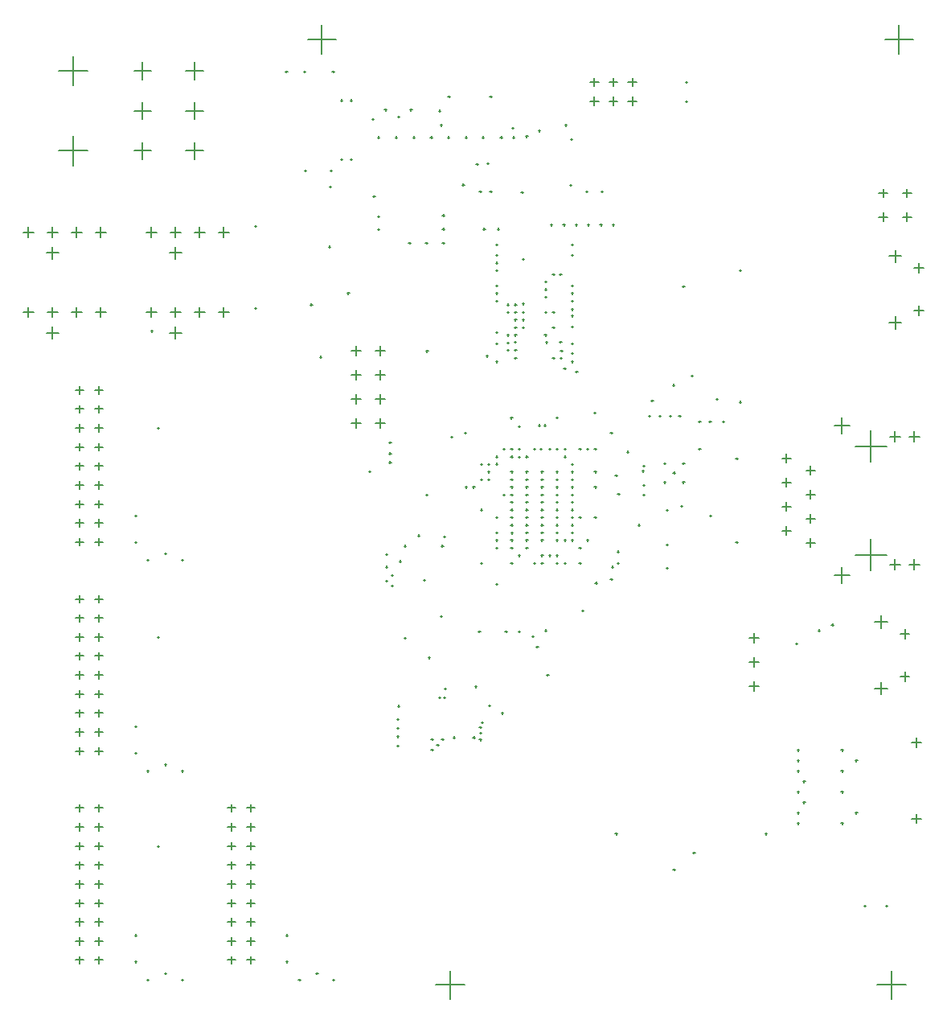
<source format=gbr>
G04*
G04 #@! TF.GenerationSoftware,Altium Limited,Altium Designer,24.2.2 (26)*
G04*
G04 Layer_Color=128*
%FSLAX44Y44*%
%MOMM*%
G71*
G04*
G04 #@! TF.SameCoordinates,D1F85D35-12B9-47B7-842E-F7ABDB1EEA32*
G04*
G04*
G04 #@! TF.FilePolarity,Positive*
G04*
G01*
G75*
%ADD13C,0.1270*%
D13*
X17400Y842000D02*
X28400D01*
X22900Y836500D02*
Y847500D01*
X42800Y842000D02*
X53800D01*
X48300Y836500D02*
Y847500D01*
X68200Y842000D02*
X79200D01*
X73700Y836500D02*
Y847500D01*
X93600Y842000D02*
X104600D01*
X99100Y836500D02*
Y847500D01*
X41800Y820400D02*
X54800D01*
X48300Y813900D02*
Y826900D01*
X17400Y758000D02*
X28400D01*
X22900Y752500D02*
Y763500D01*
X42800Y758000D02*
X53800D01*
X48300Y752500D02*
Y763500D01*
X68200Y758000D02*
X79200D01*
X73700Y752500D02*
Y763500D01*
X93600Y758000D02*
X104600D01*
X99100Y752500D02*
Y763500D01*
X41800Y736400D02*
X54800D01*
X48300Y729900D02*
Y742900D01*
X147100Y842000D02*
X158100D01*
X152600Y836500D02*
Y847500D01*
X172500Y842000D02*
X183500D01*
X178000Y836500D02*
Y847500D01*
X197900Y842000D02*
X208900D01*
X203400Y836500D02*
Y847500D01*
X223300Y842000D02*
X234300D01*
X228800Y836500D02*
Y847500D01*
X171500Y820400D02*
X184500D01*
X178000Y813900D02*
Y826900D01*
X147100Y758000D02*
X158100D01*
X152600Y752500D02*
Y763500D01*
X172500Y758000D02*
X183500D01*
X178000Y752500D02*
Y763500D01*
X197900Y758000D02*
X208900D01*
X203400Y752500D02*
Y763500D01*
X223300Y758000D02*
X234300D01*
X228800Y752500D02*
Y763500D01*
X171500Y736400D02*
X184500D01*
X178000Y729900D02*
Y742900D01*
X317000Y1045000D02*
X347000D01*
X332000Y1030000D02*
Y1060000D01*
X925000Y1045000D02*
X955000D01*
X940000Y1030000D02*
Y1060000D01*
X917000Y50000D02*
X947000D01*
X932000Y35000D02*
Y65000D01*
X452000Y50000D02*
X482000D01*
X467000Y35000D02*
Y65000D01*
X654500Y980000D02*
X663500D01*
X659000Y975500D02*
Y984500D01*
X654500Y1000000D02*
X663500D01*
X659000Y995500D02*
Y1004500D01*
X634500Y980000D02*
X643500D01*
X639000Y975500D02*
Y984500D01*
X634500Y1000000D02*
X643500D01*
X639000Y995500D02*
Y1004500D01*
X614500Y980000D02*
X623500D01*
X619000Y975500D02*
Y984500D01*
X614500Y1000000D02*
X623500D01*
X619000Y995500D02*
Y1004500D01*
X914500Y432000D02*
X927500D01*
X921000Y425500D02*
Y438500D01*
X914500Y362000D02*
X927500D01*
X921000Y355500D02*
Y368500D01*
X941000Y419500D02*
X951000D01*
X946000Y414500D02*
Y424500D01*
X941000Y374500D02*
X951000D01*
X946000Y369500D02*
Y379500D01*
X956000Y759500D02*
X966000D01*
X961000Y754500D02*
Y764500D01*
X956000Y804500D02*
X966000D01*
X961000Y799500D02*
Y809500D01*
X929500Y747000D02*
X942500D01*
X936000Y740500D02*
Y753500D01*
X929500Y817000D02*
X942500D01*
X936000Y810500D02*
Y823500D01*
X918718Y858184D02*
X927718D01*
X923218Y853684D02*
Y862684D01*
X943718Y858184D02*
X952718D01*
X948218Y853684D02*
Y862684D01*
X918718Y883184D02*
X927718D01*
X923218Y878684D02*
Y887684D01*
X943718Y883184D02*
X952718D01*
X948218Y878684D02*
Y887684D01*
X363300Y717100D02*
X373300D01*
X368300Y712100D02*
Y722100D01*
X388700Y717100D02*
X398700D01*
X393700Y712100D02*
Y722100D01*
X363300Y691700D02*
X373300D01*
X368300Y686700D02*
Y696700D01*
X388700Y691700D02*
X398700D01*
X393700Y686700D02*
Y696700D01*
X363300Y666300D02*
X373300D01*
X368300Y661300D02*
Y671300D01*
X388700Y640900D02*
X398700D01*
X393700Y635900D02*
Y645900D01*
X363300Y640900D02*
X373300D01*
X368300Y635900D02*
Y645900D01*
X388700Y666300D02*
X398700D01*
X393700Y661300D02*
Y671300D01*
X953000Y305000D02*
X963000D01*
X958000Y300000D02*
Y310000D01*
X953000Y225000D02*
X963000D01*
X958000Y220000D02*
Y230000D01*
X782000Y364200D02*
X792000D01*
X787000Y359200D02*
Y369200D01*
X782000Y389600D02*
X792000D01*
X787000Y384600D02*
Y394600D01*
X782000Y415000D02*
X792000D01*
X787000Y410000D02*
Y420000D01*
X253000Y236053D02*
X261000D01*
X257000Y232053D02*
Y240053D01*
X233000Y236053D02*
X241000D01*
X237000Y232053D02*
Y240053D01*
X253000Y216053D02*
X261000D01*
X257000Y212053D02*
Y220053D01*
X233000Y216053D02*
X241000D01*
X237000Y212053D02*
Y220053D01*
X253000Y196053D02*
X261000D01*
X257000Y192053D02*
Y200053D01*
X233000Y196053D02*
X241000D01*
X237000Y192053D02*
Y200053D01*
X253000Y176053D02*
X261000D01*
X257000Y172053D02*
Y180053D01*
X233000Y176053D02*
X241000D01*
X237000Y172053D02*
Y180053D01*
X253000Y156053D02*
X261000D01*
X257000Y152053D02*
Y160053D01*
X233000Y156053D02*
X241000D01*
X237000Y152053D02*
Y160053D01*
X253000Y136053D02*
X261000D01*
X257000Y132053D02*
Y140053D01*
X233000Y136053D02*
X241000D01*
X237000Y132053D02*
Y140053D01*
X253000Y116053D02*
X261000D01*
X257000Y112053D02*
Y120053D01*
X233000Y116053D02*
X241000D01*
X237000Y112053D02*
Y120053D01*
X253000Y96053D02*
X261000D01*
X257000Y92053D02*
Y100053D01*
X233000Y96053D02*
X241000D01*
X237000Y92053D02*
Y100053D01*
X253000Y76053D02*
X261000D01*
X257000Y72053D02*
Y80053D01*
X233000Y76053D02*
X241000D01*
X237000Y72053D02*
Y80053D01*
X93000Y676060D02*
X101000D01*
X97000Y672060D02*
Y680060D01*
X73000Y676060D02*
X81000D01*
X77000Y672060D02*
Y680060D01*
X93000Y656060D02*
X101000D01*
X97000Y652060D02*
Y660060D01*
X73000Y656060D02*
X81000D01*
X77000Y652060D02*
Y660060D01*
X93000Y636060D02*
X101000D01*
X97000Y632060D02*
Y640060D01*
X73000Y636060D02*
X81000D01*
X77000Y632060D02*
Y640060D01*
X93000Y616060D02*
X101000D01*
X97000Y612060D02*
Y620060D01*
X73000Y616060D02*
X81000D01*
X77000Y612060D02*
Y620060D01*
X93000Y596060D02*
X101000D01*
X97000Y592060D02*
Y600060D01*
X73000Y596060D02*
X81000D01*
X77000Y592060D02*
Y600060D01*
X93000Y576060D02*
X101000D01*
X97000Y572060D02*
Y580060D01*
X73000Y576060D02*
X81000D01*
X77000Y572060D02*
Y580060D01*
X93000Y556060D02*
X101000D01*
X97000Y552060D02*
Y560060D01*
X73000Y556060D02*
X81000D01*
X77000Y552060D02*
Y560060D01*
X93000Y536060D02*
X101000D01*
X97000Y532060D02*
Y540060D01*
X73000Y536060D02*
X81000D01*
X77000Y532060D02*
Y540060D01*
X93000Y516060D02*
X101000D01*
X97000Y512060D02*
Y520060D01*
X73000Y516060D02*
X81000D01*
X77000Y512060D02*
Y520060D01*
X93000Y236053D02*
X101000D01*
X97000Y232053D02*
Y240053D01*
X73000Y236053D02*
X81000D01*
X77000Y232053D02*
Y240053D01*
X93000Y216053D02*
X101000D01*
X97000Y212053D02*
Y220053D01*
X73000Y216053D02*
X81000D01*
X77000Y212053D02*
Y220053D01*
X93000Y196053D02*
X101000D01*
X97000Y192053D02*
Y200053D01*
X73000Y196053D02*
X81000D01*
X77000Y192053D02*
Y200053D01*
X93000Y176053D02*
X101000D01*
X97000Y172053D02*
Y180053D01*
X73000Y176053D02*
X81000D01*
X77000Y172053D02*
Y180053D01*
X93000Y156053D02*
X101000D01*
X97000Y152053D02*
Y160053D01*
X73000Y156053D02*
X81000D01*
X77000Y152053D02*
Y160053D01*
X93000Y136053D02*
X101000D01*
X97000Y132053D02*
Y140053D01*
X73000Y136053D02*
X81000D01*
X77000Y132053D02*
Y140053D01*
X93000Y116053D02*
X101000D01*
X97000Y112053D02*
Y120053D01*
X73000Y116053D02*
X81000D01*
X77000Y112053D02*
Y120053D01*
X93000Y96053D02*
X101000D01*
X97000Y92053D02*
Y100053D01*
X73000Y96053D02*
X81000D01*
X77000Y92053D02*
Y100053D01*
X93000Y76053D02*
X101000D01*
X97000Y72053D02*
Y80053D01*
X73000Y76053D02*
X81000D01*
X77000Y72053D02*
Y80053D01*
X93000Y456060D02*
X101000D01*
X97000Y452060D02*
Y460060D01*
X73000Y456060D02*
X81000D01*
X77000Y452060D02*
Y460060D01*
X93000Y436060D02*
X101000D01*
X97000Y432060D02*
Y440060D01*
X73000Y436060D02*
X81000D01*
X77000Y432060D02*
Y440060D01*
X93000Y416060D02*
X101000D01*
X97000Y412060D02*
Y420060D01*
X73000Y416060D02*
X81000D01*
X77000Y412060D02*
Y420060D01*
X93000Y396060D02*
X101000D01*
X97000Y392060D02*
Y400060D01*
X73000Y396060D02*
X81000D01*
X77000Y392060D02*
Y400060D01*
X93000Y376060D02*
X101000D01*
X97000Y372060D02*
Y380060D01*
X73000Y376060D02*
X81000D01*
X77000Y372060D02*
Y380060D01*
X93000Y356060D02*
X101000D01*
X97000Y352060D02*
Y360060D01*
X73000Y356060D02*
X81000D01*
X77000Y352060D02*
Y360060D01*
X93000Y336060D02*
X101000D01*
X97000Y332060D02*
Y340060D01*
X73000Y336060D02*
X81000D01*
X77000Y332060D02*
Y340060D01*
X93000Y316060D02*
X101000D01*
X97000Y312060D02*
Y320060D01*
X73000Y316060D02*
X81000D01*
X77000Y312060D02*
Y320060D01*
X93000Y296060D02*
X101000D01*
X97000Y292060D02*
Y300060D01*
X73000Y296060D02*
X81000D01*
X77000Y292060D02*
Y300060D01*
X816900Y604200D02*
X825900D01*
X821400Y599700D02*
Y608700D01*
X842300Y591500D02*
X851300D01*
X846800Y587000D02*
Y596000D01*
X950500Y627000D02*
X961500D01*
X956000Y621500D02*
Y632500D01*
X930200Y492500D02*
X941200D01*
X935700Y487000D02*
Y498000D01*
X930200Y627000D02*
X941200D01*
X935700Y621500D02*
Y632500D01*
X950500Y492500D02*
X961500D01*
X956000Y487000D02*
Y498000D01*
X816900Y528000D02*
X825900D01*
X821400Y523500D02*
Y532500D01*
X816900Y553400D02*
X825900D01*
X821400Y548900D02*
Y557900D01*
X816900Y578800D02*
X825900D01*
X821400Y574300D02*
Y583300D01*
X842300Y515300D02*
X851300D01*
X846800Y510800D02*
Y519800D01*
X842300Y540700D02*
X851300D01*
X846800Y536200D02*
Y545200D01*
X842300Y566100D02*
X851300D01*
X846800Y561600D02*
Y570600D01*
X871550Y638500D02*
X888050D01*
X879800Y630250D02*
Y646750D01*
X871550Y481000D02*
X888050D01*
X879800Y472750D02*
Y489250D01*
X894050Y616900D02*
X926550D01*
X910300Y600650D02*
Y633150D01*
X894050Y502600D02*
X926550D01*
X910300Y486350D02*
Y518850D01*
X54500Y927999D02*
X85500D01*
X70000Y912499D02*
Y943499D01*
X54500Y1011998D02*
X85500D01*
X70000Y996498D02*
Y1027498D01*
X134000Y927998D02*
X152000D01*
X143000Y918998D02*
Y936998D01*
X189000Y927998D02*
X207000D01*
X198000Y918998D02*
Y936998D01*
X189000Y969998D02*
X207000D01*
X198000Y960998D02*
Y978998D01*
X134000Y969998D02*
X152000D01*
X143000Y960998D02*
Y978998D01*
X189000Y1011998D02*
X207000D01*
X198000Y1002998D02*
Y1020998D01*
X134000Y1011998D02*
X152000D01*
X143000Y1002998D02*
Y1020998D01*
X532000Y952000D02*
X534000D01*
X533000Y951000D02*
Y953000D01*
Y942000D02*
X535000D01*
X534000Y941000D02*
Y943000D01*
X501000Y942000D02*
X503000D01*
X502000Y941000D02*
Y943000D01*
X560000Y949000D02*
X562000D01*
X561000Y948000D02*
Y950000D01*
X547000Y943000D02*
X549000D01*
X548000Y942000D02*
Y944000D01*
X412043Y963553D02*
X414043D01*
X413043Y962553D02*
Y964553D01*
X425000Y971000D02*
X427000D01*
X426000Y970000D02*
Y972000D01*
X398000Y971000D02*
X400000D01*
X399000Y970000D02*
Y972000D01*
X455000Y970000D02*
X457000D01*
X456000Y969000D02*
Y971000D01*
X594000Y940000D02*
X596000D01*
X595000Y939000D02*
Y941000D01*
X588000Y955000D02*
X590000D01*
X589000Y954000D02*
Y956000D01*
X799000Y209000D02*
X801000D01*
X800000Y208000D02*
Y210000D01*
X566000Y639000D02*
X568000D01*
X567000Y638000D02*
Y640000D01*
X560000Y639000D02*
X562000D01*
X561000Y638000D02*
Y640000D01*
X575000Y758000D02*
X577000D01*
X576000Y757000D02*
Y759000D01*
X567000Y758000D02*
X569000D01*
X568000Y757000D02*
Y759000D01*
X569000Y376000D02*
X571000D01*
X570000Y375000D02*
Y377000D01*
X405000Y470000D02*
X407000D01*
X406000Y469000D02*
Y471000D01*
X399000Y475000D02*
X401000D01*
X400000Y474000D02*
Y476000D01*
X439000D02*
X441000D01*
X440000Y475000D02*
Y477000D01*
X405000Y481000D02*
X407000D01*
X406000Y480000D02*
Y482000D01*
X555000Y614000D02*
X557000D01*
X556000Y613000D02*
Y615000D01*
X535000Y750000D02*
X537000D01*
X536000Y749000D02*
Y751000D01*
X539206Y605815D02*
X541206D01*
X540206Y604815D02*
Y606815D01*
X543000Y758000D02*
X545000D01*
X544000Y757000D02*
Y759000D01*
X527053Y758000D02*
X529053D01*
X528053Y757000D02*
Y759000D01*
X618581Y652218D02*
X620581D01*
X619581Y651218D02*
Y653218D01*
X567000Y790000D02*
X569000D01*
X568000Y789000D02*
Y791000D01*
X610752Y613833D02*
X612752D01*
X611752Y612833D02*
Y614833D01*
X575000Y798000D02*
X577000D01*
X576000Y797000D02*
Y799000D01*
X543000Y767000D02*
X545000D01*
X544000Y766000D02*
Y768000D01*
X567000Y782000D02*
X569000D01*
X568000Y781000D02*
Y783000D01*
X468000Y627000D02*
X470000D01*
X469000Y626000D02*
Y628000D01*
X594799Y754201D02*
X596799D01*
X595799Y753201D02*
Y755201D01*
X543000Y750000D02*
X545000D01*
X544000Y749000D02*
Y751000D01*
X562000Y614000D02*
X564000D01*
X563000Y613000D02*
Y615000D01*
X543000Y742000D02*
X545000D01*
X544000Y741000D02*
Y743000D01*
X547000Y606000D02*
X549000D01*
X548000Y605000D02*
Y607000D01*
X587000Y614000D02*
X589000D01*
X588000Y613000D02*
Y615000D01*
X582516Y726484D02*
X584516D01*
X583516Y725484D02*
Y727484D01*
X535000Y742000D02*
X537000D01*
X536000Y741000D02*
Y743000D01*
X531000Y614000D02*
X533000D01*
X532000Y613000D02*
Y615000D01*
X535000Y710000D02*
X537000D01*
X536000Y709000D02*
Y711000D01*
X571000Y614000D02*
X573000D01*
X572000Y613000D02*
Y615000D01*
X566570Y734000D02*
X568570D01*
X567570Y733000D02*
Y735000D01*
X575000Y710000D02*
X577000D01*
X576000Y709000D02*
Y711000D01*
X575000Y742000D02*
X577000D01*
X576000Y741000D02*
Y743000D01*
X538695Y614003D02*
X540695D01*
X539695Y613003D02*
Y615003D01*
X535000Y718000D02*
X537000D01*
X536000Y717000D02*
Y719000D01*
X603000Y614000D02*
X605000D01*
X604000Y613000D02*
Y615000D01*
X586870Y698569D02*
X588870D01*
X587870Y697569D02*
Y699569D01*
X523000Y614000D02*
X525000D01*
X524000Y613000D02*
Y615000D01*
X505000Y712000D02*
X507000D01*
X506000Y711000D02*
Y713000D01*
X587000Y606000D02*
X589000D01*
X588000Y605000D02*
Y607000D01*
X583000Y710000D02*
X585000D01*
X584000Y709000D02*
Y711000D01*
X526922Y718214D02*
X528922D01*
X527922Y717214D02*
Y719214D01*
X583508Y717492D02*
X585508D01*
X584508Y716492D02*
Y718492D01*
X527000Y734000D02*
X529000D01*
X528000Y733000D02*
Y735000D01*
X534728Y726406D02*
X536728D01*
X535728Y725406D02*
Y727406D01*
X530870Y646732D02*
X532870D01*
X531870Y645732D02*
Y647732D01*
X579000Y614000D02*
X581000D01*
X580000Y613000D02*
Y615000D01*
X567870Y726401D02*
X569870D01*
X568870Y725400D02*
Y727401D01*
X539082Y637705D02*
X541082D01*
X540082Y636705D02*
Y638705D01*
X535000Y734000D02*
X537000D01*
X536000Y733000D02*
Y735000D01*
X148000Y497091D02*
X150000D01*
X149000Y496091D02*
Y498091D01*
X135000Y516091D02*
X137000D01*
X136000Y515091D02*
Y517091D01*
X135000Y543792D02*
X137000D01*
X136000Y542792D02*
Y544792D01*
X166373Y503904D02*
X168373D01*
X167373Y502904D02*
Y504904D01*
X184000Y497091D02*
X186000D01*
X185000Y496091D02*
Y498091D01*
X307500Y55426D02*
X309500D01*
X308500Y54426D02*
Y56426D01*
X294500Y74426D02*
X296500D01*
X295500Y73426D02*
Y75426D01*
X294500Y102128D02*
X296500D01*
X295500Y101128D02*
Y103128D01*
X325873Y62239D02*
X327873D01*
X326873Y61239D02*
Y63239D01*
X343500Y55426D02*
X345500D01*
X344500Y54426D02*
Y56426D01*
X148000Y275000D02*
X150000D01*
X149000Y274000D02*
Y276000D01*
X135000Y294000D02*
X137000D01*
X136000Y293000D02*
Y295000D01*
X135000Y321701D02*
X137000D01*
X136000Y320701D02*
Y322701D01*
X166373Y281813D02*
X168373D01*
X167373Y280813D02*
Y282813D01*
X184000Y275000D02*
X186000D01*
X185000Y274000D02*
Y276000D01*
X135000Y102128D02*
X137000D01*
X136000Y101128D02*
Y103128D01*
X148000Y55426D02*
X150000D01*
X149000Y54426D02*
Y56426D01*
X135000Y74426D02*
X137000D01*
X136000Y73426D02*
Y75426D01*
X166373Y62239D02*
X168373D01*
X167373Y61239D02*
Y63239D01*
X184000Y55426D02*
X186000D01*
X185000Y54426D02*
Y56426D01*
X159000Y196000D02*
X161000D01*
X160000Y195000D02*
Y197000D01*
X521000Y336000D02*
X523000D01*
X522000Y335000D02*
Y337000D01*
X587000Y494000D02*
X589000D01*
X588000Y493000D02*
Y495000D01*
X500000Y326000D02*
X502000D01*
X501000Y325000D02*
Y327000D01*
X499000Y550000D02*
X501000D01*
X500000Y549000D02*
Y551000D01*
X441677Y566038D02*
X443677D01*
X442677Y565038D02*
Y567038D01*
X619904Y473096D02*
X621904D01*
X620904Y472096D02*
Y474096D01*
X606000Y444000D02*
X608000D01*
X607000Y443000D02*
Y445000D01*
X483000Y574000D02*
X485000D01*
X484000Y573000D02*
Y575000D01*
X531000Y574000D02*
X533000D01*
X532000Y573000D02*
Y575000D01*
X547000Y510000D02*
X549000D01*
X548000Y509000D02*
Y511000D01*
X571000Y502000D02*
X573000D01*
X572000Y501000D02*
Y503000D01*
X579000Y494000D02*
X581000D01*
X580000Y493000D02*
Y495000D01*
X595056Y742708D02*
X597057D01*
X596057Y741708D02*
Y743708D01*
X626000Y885000D02*
X628000D01*
X627000Y884000D02*
Y886000D01*
X638000Y850000D02*
X640000D01*
X639000Y849000D02*
Y851000D01*
X625000Y850000D02*
X627000D01*
X626000Y849000D02*
Y851000D01*
X612000Y850000D02*
X614000D01*
X613000Y849000D02*
Y851000D01*
X599000Y850000D02*
X601000D01*
X600000Y849000D02*
Y851000D01*
X586000Y850000D02*
X588000D01*
X587000Y849000D02*
Y851000D01*
X573000Y850000D02*
X575000D01*
X574000Y849000D02*
Y851000D01*
X542000Y884000D02*
X544000D01*
X543000Y883000D02*
Y885000D01*
X498000D02*
X500000D01*
X499000Y884000D02*
Y886000D01*
X509000Y885000D02*
X511000D01*
X510000Y884000D02*
Y886000D01*
X359000Y778000D02*
X361000D01*
X360000Y777000D02*
Y779000D01*
X723000Y189000D02*
X725000D01*
X724000Y188000D02*
Y190000D01*
X553613Y416811D02*
X555613D01*
X554613Y415811D02*
Y417811D01*
X567020Y423000D02*
X569020D01*
X568020Y422000D02*
Y424000D01*
X558000Y406000D02*
X560000D01*
X559000Y405000D02*
Y407000D01*
X563000Y502000D02*
X565000D01*
X564000Y501000D02*
Y503000D01*
X531000Y494000D02*
X533000D01*
X532000Y493000D02*
Y495000D01*
X515000Y472000D02*
X517000D01*
X516000Y471000D02*
Y473000D01*
X587000Y518000D02*
X589000D01*
X588000Y517000D02*
Y519000D01*
X702000Y171000D02*
X704000D01*
X703000Y170000D02*
Y172000D01*
X868835Y429000D02*
X871375D01*
X870105Y427730D02*
Y430270D01*
X855000Y423000D02*
X857000D01*
X856000Y422000D02*
Y424000D01*
X831000Y409000D02*
X833000D01*
X832000Y408000D02*
Y410000D01*
X509000Y985000D02*
X511000D01*
X510000Y984000D02*
Y986000D01*
X465000Y985000D02*
X467000D01*
X466000Y984000D02*
Y986000D01*
X343000Y1011000D02*
X345000D01*
X344000Y1010000D02*
Y1012000D01*
X313000Y1011000D02*
X315000D01*
X314000Y1010000D02*
Y1012000D01*
X293730Y1011000D02*
X295730D01*
X294730Y1010000D02*
Y1012000D01*
X341000Y907000D02*
X343000D01*
X342000Y906000D02*
Y908000D01*
X314000Y907000D02*
X316000D01*
X315000Y906000D02*
Y908000D01*
X340000Y890000D02*
X342000D01*
X341000Y889000D02*
Y891000D01*
X669325Y590929D02*
X671325D01*
X670325Y589929D02*
Y591929D01*
X381613Y590490D02*
X383613D01*
X382613Y589490D02*
Y591490D01*
X441438Y717235D02*
X443978D01*
X442708Y715965D02*
Y718505D01*
X403000Y600000D02*
X405000D01*
X404000Y599000D02*
Y601000D01*
X894000Y231000D02*
X896000D01*
X895000Y230000D02*
Y232000D01*
X507364Y344000D02*
X509364D01*
X508364Y343000D02*
Y345000D01*
X926000Y133000D02*
X928000D01*
X927000Y132000D02*
Y134000D01*
X903000Y133000D02*
X905000D01*
X904000Y132000D02*
Y134000D01*
X403000Y620811D02*
X405000D01*
X404000Y619811D02*
Y621811D01*
X403000Y609341D02*
X405000D01*
X404000Y608341D02*
Y610341D01*
X531000Y606000D02*
X533000D01*
X532000Y605000D02*
Y607000D01*
X641000Y586000D02*
X643000D01*
X642000Y585000D02*
Y587000D01*
X643549Y566404D02*
X645549D01*
X644549Y565405D02*
Y567405D01*
X563000Y534000D02*
X565000D01*
X564000Y533000D02*
Y535000D01*
X611000Y518000D02*
X613000D01*
X612000Y517000D02*
Y519000D01*
X619000Y542000D02*
X621000D01*
X620000Y541000D02*
Y543000D01*
X603000Y542000D02*
X605000D01*
X604000Y541000D02*
Y543000D01*
X458000Y512000D02*
X460000D01*
X459000Y511000D02*
Y513000D01*
X460000Y522000D02*
X462000D01*
X461000Y521000D02*
Y523000D01*
X563000Y494000D02*
X565000D01*
X564000Y493000D02*
Y495000D01*
X593000Y892000D02*
X595000D01*
X594000Y891000D02*
Y893000D01*
X419000Y512000D02*
X421000D01*
X420000Y511000D02*
Y513000D01*
X413840Y495876D02*
X415840D01*
X414841Y494876D02*
Y496876D01*
X433000Y523000D02*
X435000D01*
X434000Y522000D02*
Y524000D01*
X159000Y416000D02*
X161000D01*
X160000Y415000D02*
Y417000D01*
X159000Y636000D02*
X161000D01*
X160000Y635000D02*
Y637000D01*
X419000Y415000D02*
X421000D01*
X420000Y414000D02*
Y416000D01*
X497000Y422000D02*
X499000D01*
X498000Y421000D02*
Y423000D01*
X461000Y362000D02*
X463000D01*
X462000Y361000D02*
Y363000D01*
X399000Y490000D02*
X401000D01*
X400000Y489000D02*
Y491000D01*
X399000Y503000D02*
X401000D01*
X400000Y502000D02*
Y504000D01*
X444020Y394399D02*
X446020D01*
X445020Y393399D02*
Y395399D01*
X714963Y980037D02*
X716963D01*
X715963Y979037D02*
Y981037D01*
X715054Y999940D02*
X717054D01*
X716054Y998940D02*
Y1000940D01*
X712000Y785000D02*
X714000D01*
X713000Y784000D02*
Y786000D01*
X772000Y802000D02*
X774000D01*
X773000Y801000D02*
Y803000D01*
X665020Y534000D02*
X667020D01*
X666020Y533000D02*
Y535000D01*
X670000Y566000D02*
X672000D01*
X671000Y565000D02*
Y567000D01*
X637000Y490000D02*
X639000D01*
X638000Y489000D02*
Y491000D01*
X694750Y549750D02*
X696750D01*
X695750Y548750D02*
Y550750D01*
X694562Y513334D02*
X696562D01*
X695562Y512334D02*
Y514334D01*
X694562Y488682D02*
X696562D01*
X695562Y487682D02*
Y489682D01*
X710000Y554000D02*
X712000D01*
X711000Y553000D02*
Y555000D01*
X653000Y611000D02*
X655000D01*
X654000Y610000D02*
Y612000D01*
X729000Y614000D02*
X731000D01*
X730000Y613000D02*
Y615000D01*
X740695Y543662D02*
X742695D01*
X741695Y542662D02*
Y544662D01*
X669984Y596399D02*
X671983D01*
X670984Y595399D02*
Y597399D01*
X670000Y576000D02*
X672000D01*
X671000Y575000D02*
Y577000D01*
X643000Y506000D02*
X645000D01*
X644000Y505000D02*
Y507000D01*
X643000Y494000D02*
X645000D01*
X644000Y493000D02*
Y495000D01*
X457000Y438000D02*
X459000D01*
X458000Y437000D02*
Y439000D01*
X493000Y364000D02*
X495000D01*
X494000Y363000D02*
Y365000D01*
X498000Y321000D02*
X500000D01*
X499000Y320000D02*
Y322000D01*
X498000Y308000D02*
X500000D01*
X499000Y307000D02*
Y309000D01*
X460126Y352461D02*
X462126D01*
X461126Y351461D02*
Y353461D01*
X491146Y310461D02*
X493146D01*
X492146Y309461D02*
Y311461D01*
X447146Y308461D02*
X449146D01*
X448146Y307461D02*
Y309461D01*
X447146Y297461D02*
X449146D01*
X448146Y296461D02*
Y298461D01*
X470146Y310461D02*
X472146D01*
X471146Y309461D02*
Y311461D01*
X453146Y302461D02*
X455146D01*
X454146Y301461D02*
Y303461D01*
X411146Y301461D02*
X413146D01*
X412146Y300461D02*
Y302461D01*
X411146Y311461D02*
X413146D01*
X412146Y310461D02*
Y312461D01*
X458146Y308461D02*
X460146D01*
X459146Y307461D02*
Y309461D01*
X498146Y315441D02*
X500146D01*
X499146Y314441D02*
Y316441D01*
X411146Y329461D02*
X413146D01*
X412146Y328461D02*
Y330461D01*
X411146Y320461D02*
X413146D01*
X412146Y319461D02*
Y321461D01*
X455012Y352386D02*
X457012D01*
X456012Y351386D02*
Y353386D01*
X412146Y343461D02*
X414146D01*
X413146Y342461D02*
Y344461D01*
X599372Y695372D02*
X601372D01*
X600372Y694372D02*
Y696372D01*
X515000Y706000D02*
X517000D01*
X516000Y705000D02*
Y707000D01*
X578530Y647000D02*
X580530D01*
X579530Y646000D02*
Y648000D01*
X505854Y914442D02*
X507854D01*
X506855Y913442D02*
Y915442D01*
X494560Y914000D02*
X496560D01*
X495560Y913000D02*
Y915000D01*
X543000Y814000D02*
X545000D01*
X544000Y813000D02*
Y815000D01*
X833000Y297000D02*
X835000D01*
X834000Y296000D02*
Y298000D01*
X833000Y286000D02*
X835000D01*
X834000Y285000D02*
Y287000D01*
X833000Y275000D02*
X835000D01*
X834000Y274000D02*
Y276000D01*
X833000Y253000D02*
X835000D01*
X834000Y252000D02*
Y254000D01*
X833000Y231000D02*
X835000D01*
X834000Y230000D02*
Y232000D01*
X839000Y264000D02*
X841000D01*
X840000Y263000D02*
Y265000D01*
X839000Y242000D02*
X841000D01*
X840000Y241000D02*
Y243000D01*
X768000Y516000D02*
X770000D01*
X769000Y515000D02*
Y517000D01*
X768000Y604000D02*
X770000D01*
X769000Y603000D02*
Y605000D01*
X676000Y649000D02*
X678000D01*
X677000Y648000D02*
Y650000D01*
X687000Y649000D02*
X689000D01*
X688000Y648000D02*
Y650000D01*
X698000Y649000D02*
X700000D01*
X699000Y648000D02*
Y650000D01*
X708000Y649000D02*
X710000D01*
X709000Y648000D02*
Y650000D01*
X679000Y665000D02*
X681000D01*
X680000Y664000D02*
Y666000D01*
X701650Y681345D02*
X703650D01*
X702650Y680345D02*
Y682345D01*
X721000Y691000D02*
X723000D01*
X722000Y690000D02*
Y692000D01*
X729000Y643000D02*
X731000D01*
X730000Y642000D02*
Y644000D01*
X772000Y663490D02*
X774000D01*
X773000Y662490D02*
Y664490D01*
X747000Y666490D02*
X749000D01*
X748000Y665490D02*
Y667490D01*
X754000Y643000D02*
X756000D01*
X755000Y642000D02*
Y644000D01*
X740000Y643000D02*
X742000D01*
X741000Y642000D02*
Y644000D01*
X641000Y209000D02*
X643000D01*
X642000Y208000D02*
Y210000D01*
X894000Y286000D02*
X896000D01*
X895000Y285000D02*
Y287000D01*
X879000Y220000D02*
X881000D01*
X880000Y219000D02*
Y221000D01*
X879000Y253000D02*
X881000D01*
X880000Y252000D02*
Y254000D01*
X879000Y275000D02*
X881000D01*
X880000Y274000D02*
Y276000D01*
X879000Y297000D02*
X881000D01*
X880000Y296000D02*
Y298000D01*
X833000Y220000D02*
X835000D01*
X834000Y219000D02*
Y221000D01*
X480084Y892143D02*
X482084D01*
X481084Y891143D02*
Y893143D01*
X610000Y885000D02*
X612000D01*
X611000Y884000D02*
Y886000D01*
X330000Y711000D02*
X332000D01*
X331000Y710000D02*
Y712000D01*
X151764Y738130D02*
X153764D01*
X152764Y737130D02*
Y739130D01*
X320000Y766000D02*
X322000D01*
X321000Y765000D02*
Y767000D01*
X339000Y827000D02*
X341000D01*
X340000Y826000D02*
Y828000D01*
X261058Y848479D02*
X263058D01*
X262058Y847479D02*
Y849479D01*
X261000Y762000D02*
X263000D01*
X262000Y761000D02*
Y763000D01*
X595000Y761000D02*
X597000D01*
X596000Y760000D02*
Y762000D01*
X595000Y725000D02*
X597000D01*
X596000Y724000D02*
Y726000D01*
X595000Y715000D02*
X597000D01*
X596000Y714000D02*
Y716000D01*
X595000Y706000D02*
X597000D01*
X596000Y705000D02*
Y707000D01*
X567000Y774000D02*
X569000D01*
X568000Y773000D02*
Y775000D01*
X515000Y770000D02*
X517000D01*
X516000Y769000D02*
Y771000D01*
X515000Y778000D02*
X517000D01*
X516000Y777000D02*
Y779000D01*
X539000Y422000D02*
X541000D01*
X540000Y421000D02*
Y423000D01*
X525000Y422000D02*
X527000D01*
X526000Y421000D02*
Y423000D01*
X515000Y606000D02*
X517000D01*
X516000Y605000D02*
Y607000D01*
X636000Y631000D02*
X638000D01*
X637000Y630000D02*
Y632000D01*
X482000Y631000D02*
X484000D01*
X483000Y630000D02*
Y632000D01*
X619000Y614000D02*
X621000D01*
X620000Y613000D02*
Y615000D01*
X636000Y477000D02*
X638000D01*
X637000Y476000D02*
Y478000D01*
X523000Y566000D02*
X525000D01*
X524000Y565000D02*
Y567000D01*
X507000Y582000D02*
X509000D01*
X508000Y581000D02*
Y583000D01*
X507035Y590000D02*
X509035D01*
X508035Y589000D02*
Y591000D01*
X506869Y597912D02*
X508869D01*
X507869Y596912D02*
Y598912D01*
X457000Y955000D02*
X459000D01*
X458000Y954000D02*
Y956000D01*
X520000Y942000D02*
X522000D01*
X521000Y941000D02*
Y943000D01*
X483143Y942000D02*
X485143D01*
X484143Y941000D02*
Y943000D01*
X464714Y942000D02*
X466714D01*
X465714Y941000D02*
Y943000D01*
X446286Y942000D02*
X448286D01*
X447286Y941000D02*
Y943000D01*
X427857Y942000D02*
X429857D01*
X428857Y941000D02*
Y943000D01*
X409429Y942000D02*
X411429D01*
X410429Y941000D02*
Y943000D01*
X391000Y942000D02*
X393000D01*
X392000Y941000D02*
Y943000D01*
X502000Y845500D02*
X504000D01*
X503000Y844500D02*
Y846500D01*
X517000Y845500D02*
X519000D01*
X518000Y844500D02*
Y846500D01*
X459000Y860000D02*
X461000D01*
X460000Y859000D02*
Y861000D01*
X459000Y845500D02*
X461000D01*
X460000Y844500D02*
Y846500D01*
X459000Y831000D02*
X461000D01*
X460000Y830000D02*
Y832000D01*
X441250Y831000D02*
X443250D01*
X442250Y830000D02*
Y832000D01*
X423500Y831000D02*
X425500D01*
X424500Y830000D02*
Y832000D01*
X391000Y845000D02*
X393000D01*
X392000Y844000D02*
Y846000D01*
X391000Y859000D02*
X393000D01*
X392000Y858000D02*
Y860000D01*
X547000Y558000D02*
X549000D01*
X548000Y557000D02*
Y559000D01*
X531097Y525726D02*
X533097D01*
X532097Y524726D02*
Y526726D01*
X515000Y542035D02*
X517000D01*
X516000Y541035D02*
Y543035D01*
X531000Y510000D02*
X533000D01*
X532000Y509000D02*
Y511000D01*
X547000Y542000D02*
X549000D01*
X548000Y541000D02*
Y543000D01*
X547000Y526000D02*
X549000D01*
X548000Y525000D02*
Y527000D01*
X563000Y542000D02*
X565000D01*
X564000Y541000D02*
Y543000D01*
X531000Y542000D02*
X533000D01*
X532000Y541000D02*
Y543000D01*
X579000Y558000D02*
X581000D01*
X580000Y557000D02*
Y559000D01*
X563000Y574000D02*
X565000D01*
X564000Y573000D02*
Y575000D01*
X563000Y558000D02*
X565000D01*
X564000Y557000D02*
Y559000D01*
X515000Y526000D02*
X517000D01*
X516000Y525000D02*
Y527000D01*
X531000Y558000D02*
X533000D01*
X532000Y557000D02*
Y559000D01*
X579000Y526000D02*
X581000D01*
X580000Y525000D02*
Y527000D01*
X595000Y518000D02*
X597000D01*
X596000Y517000D02*
Y519000D01*
X563000Y526000D02*
X565000D01*
X564000Y525000D02*
Y527000D01*
X515000Y598367D02*
X517000D01*
X516000Y597367D02*
Y599367D01*
X595000Y558000D02*
X597000D01*
X596000Y557000D02*
Y559000D01*
X491000Y574000D02*
X493000D01*
X492000Y573000D02*
Y575000D01*
X539000Y502000D02*
X541000D01*
X540000Y501000D02*
Y503000D01*
X595000Y542000D02*
X597000D01*
X596000Y541000D02*
Y543000D01*
X386000Y880000D02*
X388000D01*
X387000Y879000D02*
Y881000D01*
X362000Y981000D02*
X364000D01*
X363000Y980000D02*
Y982000D01*
X362000Y919000D02*
X364000D01*
X363000Y918000D02*
Y920000D01*
X352000Y919000D02*
X354000D01*
X353000Y918000D02*
Y920000D01*
X352000Y981000D02*
X354000D01*
X353000Y980000D02*
Y982000D01*
X385000Y961000D02*
X387000D01*
X386000Y960000D02*
Y962000D01*
X582455Y798000D02*
X584455D01*
X583455Y797000D02*
Y799000D01*
X702000Y589000D02*
X704000D01*
X703000Y588000D02*
Y590000D01*
X712000Y579000D02*
X714000D01*
X713000Y578000D02*
Y580000D01*
X692000Y579000D02*
X694000D01*
X693000Y578000D02*
Y580000D01*
X712000Y599000D02*
X714000D01*
X713000Y598000D02*
Y600000D01*
X692000Y599000D02*
X694000D01*
X693000Y598000D02*
Y600000D01*
X603000Y494000D02*
X605000D01*
X604000Y493000D02*
Y495000D01*
X499000Y598000D02*
X501000D01*
X500000Y597000D02*
Y599000D01*
X499000Y582000D02*
X501000D01*
X500000Y581000D02*
Y583000D01*
X555000Y494000D02*
X557000D01*
X556000Y493000D02*
Y495000D01*
X603000Y510000D02*
X605000D01*
X604000Y509000D02*
Y511000D01*
X619000Y574000D02*
X621000D01*
X620000Y573000D02*
Y575000D01*
X619000Y590000D02*
X621000D01*
X620000Y589000D02*
Y591000D01*
X595000Y598000D02*
X597000D01*
X596000Y597000D02*
Y599000D01*
X595000Y590000D02*
X597000D01*
X596000Y589000D02*
Y591000D01*
X595000Y582000D02*
X597000D01*
X596000Y581000D02*
Y583000D01*
X595000Y574000D02*
X597000D01*
X596000Y573000D02*
Y575000D01*
X595000Y566000D02*
X597000D01*
X596000Y565000D02*
Y567000D01*
X595000Y550000D02*
X597000D01*
X596000Y549000D02*
Y551000D01*
X595000Y526000D02*
X597000D01*
X596000Y525000D02*
Y527000D01*
X595000Y534000D02*
X597000D01*
X596000Y533000D02*
Y535000D01*
X579000Y502000D02*
X581000D01*
X580000Y501000D02*
Y503000D01*
X579000Y518000D02*
X581000D01*
X580000Y517000D02*
Y519000D01*
X579000Y534000D02*
X581000D01*
X580000Y533000D02*
Y535000D01*
X579000Y542000D02*
X581000D01*
X580000Y541000D02*
Y543000D01*
X579000Y550000D02*
X581000D01*
X580000Y549000D02*
Y551000D01*
X579000Y566000D02*
X581000D01*
X580000Y565000D02*
Y567000D01*
X579000Y574000D02*
X581000D01*
X580000Y573000D02*
Y575000D01*
X579000Y582000D02*
X581000D01*
X580000Y581000D02*
Y583000D01*
X531000Y590000D02*
X533000D01*
X532000Y589000D02*
Y591000D01*
X547000Y590000D02*
X549000D01*
X548000Y589000D02*
Y591000D01*
X531000Y582000D02*
X533000D01*
X532000Y581000D02*
Y583000D01*
X515000Y518000D02*
X517000D01*
X516000Y517000D02*
Y519000D01*
X499000Y494000D02*
X501000D01*
X500000Y493000D02*
Y495000D01*
X515000Y510000D02*
X517000D01*
X516000Y509000D02*
Y511000D01*
X531000Y518000D02*
X533000D01*
X532000Y517000D02*
Y519000D01*
X531000Y534000D02*
X533000D01*
X532000Y533000D02*
Y535000D01*
X547000Y518000D02*
X549000D01*
X548000Y517000D02*
Y519000D01*
X547000Y534000D02*
X549000D01*
X548000Y533000D02*
Y535000D01*
X547000Y550000D02*
X549000D01*
X548000Y549000D02*
Y551000D01*
X563000Y518000D02*
X565000D01*
X564000Y517000D02*
Y519000D01*
X563000Y550000D02*
X565000D01*
X564000Y549000D02*
Y551000D01*
X563000Y566000D02*
X565000D01*
X564000Y565000D02*
Y567000D01*
X579000Y590000D02*
X581000D01*
X580000Y589000D02*
Y591000D01*
X563000Y582000D02*
X565000D01*
X564000Y581000D02*
Y583000D01*
X531000Y550000D02*
X533000D01*
X532000Y549000D02*
Y551000D01*
X547000Y566000D02*
X549000D01*
X548000Y565000D02*
Y567000D01*
X531000Y566000D02*
X533000D01*
X532000Y565000D02*
Y567000D01*
X547000Y582000D02*
X549000D01*
X548000Y581000D02*
Y583000D01*
X563000Y590000D02*
X565000D01*
X564000Y589000D02*
Y591000D01*
X547000Y574000D02*
X549000D01*
X548000Y573000D02*
Y575000D01*
X595000Y778000D02*
X597000D01*
X596000Y777000D02*
Y779000D01*
X595000Y770000D02*
X597000D01*
X596000Y769000D02*
Y771000D01*
X595000Y818000D02*
X597000D01*
X596000Y817000D02*
Y819000D01*
X595000Y829000D02*
X597000D01*
X596000Y828000D02*
Y830000D01*
X527000Y766000D02*
X529000D01*
X528000Y765000D02*
Y767000D01*
X515000Y725000D02*
X517000D01*
X516000Y724000D02*
Y726000D01*
X515000Y818000D02*
X517000D01*
X516000Y817000D02*
Y819000D01*
X515000Y829000D02*
X517000D01*
X516000Y828000D02*
Y830000D01*
X515000Y810000D02*
X517000D01*
X516000Y809000D02*
Y811000D01*
X515000Y802000D02*
X517000D01*
X516000Y801000D02*
Y803000D01*
X515000Y786000D02*
X517000D01*
X516000Y785000D02*
Y787000D01*
X527000Y726000D02*
X529000D01*
X528000Y725000D02*
Y727000D01*
X515000Y737000D02*
X517000D01*
X516000Y736000D02*
Y738000D01*
X535000Y758000D02*
X537000D01*
X536000Y757000D02*
Y759000D01*
X535000Y766000D02*
X537000D01*
X536000Y765000D02*
Y767000D01*
X595000Y786000D02*
X597000D01*
X596000Y785000D02*
Y787000D01*
M02*

</source>
